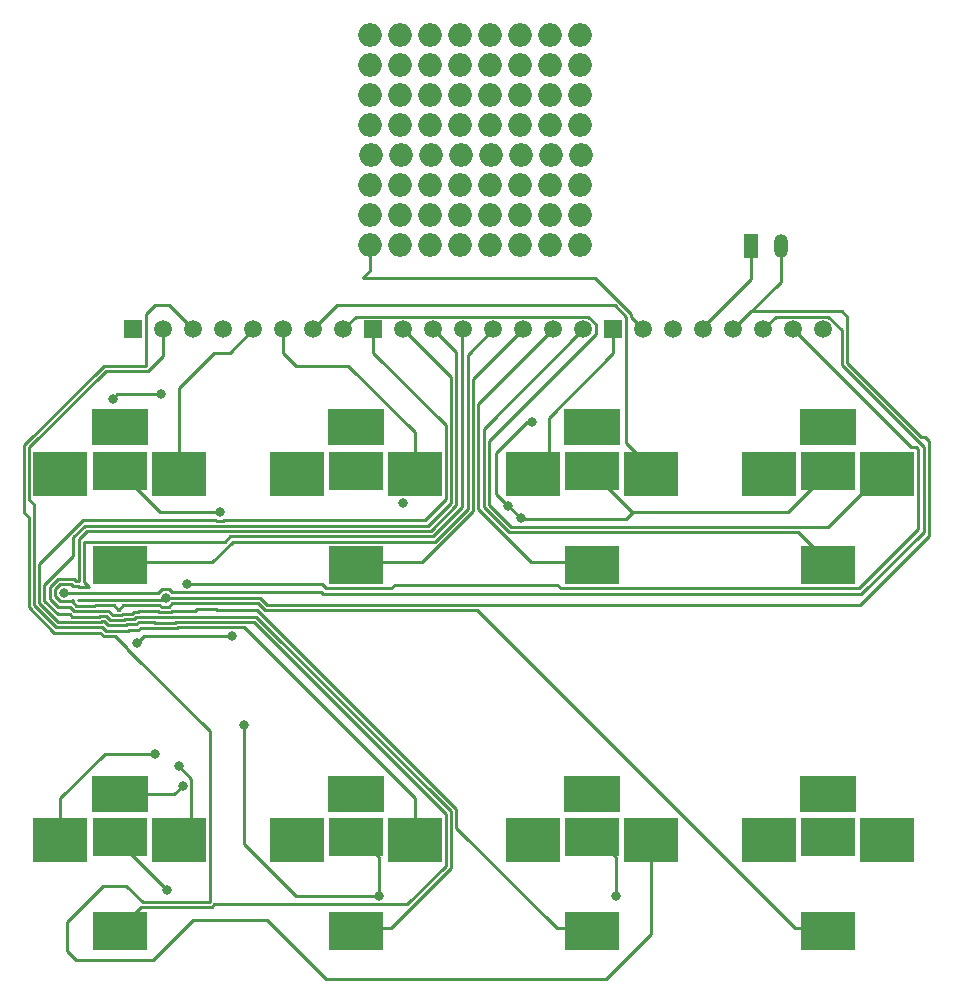
<source format=gbr>
%TF.GenerationSoftware,KiCad,Pcbnew,(6.0.0)*%
%TF.CreationDate,2022-11-14T01:45:54-08:00*%
%TF.ProjectId,button_pcb,62757474-6f6e-45f7-9063-622e6b696361,rev?*%
%TF.SameCoordinates,Original*%
%TF.FileFunction,Copper,L2,Bot*%
%TF.FilePolarity,Positive*%
%FSLAX46Y46*%
G04 Gerber Fmt 4.6, Leading zero omitted, Abs format (unit mm)*
G04 Created by KiCad (PCBNEW (6.0.0)) date 2022-11-14 01:45:54*
%MOMM*%
%LPD*%
G01*
G04 APERTURE LIST*
%TA.AperFunction,ComponentPad*%
%ADD10R,4.600000X3.300000*%
%TD*%
%TA.AperFunction,ComponentPad*%
%ADD11R,4.600000X3.800000*%
%TD*%
%TA.AperFunction,ComponentPad*%
%ADD12R,4.800000X3.100000*%
%TD*%
%TA.AperFunction,ComponentPad*%
%ADD13O,2.000000X2.000000*%
%TD*%
%TA.AperFunction,ComponentPad*%
%ADD14R,1.500000X1.500000*%
%TD*%
%TA.AperFunction,ComponentPad*%
%ADD15C,1.500000*%
%TD*%
%TA.AperFunction,ComponentPad*%
%ADD16R,1.200000X2.000000*%
%TD*%
%TA.AperFunction,ComponentPad*%
%ADD17O,1.200000X2.000000*%
%TD*%
%TA.AperFunction,ViaPad*%
%ADD18C,0.800000*%
%TD*%
%TA.AperFunction,Conductor*%
%ADD19C,0.250000*%
%TD*%
G04 APERTURE END LIST*
D10*
%TO.P,S8,1,NO*%
%TO.N,VCC*%
X69000000Y-42988000D03*
D11*
%TO.P,S8,2,NC*%
%TO.N,GND*%
X64000000Y-43238000D03*
%TO.P,S8,3,C*%
%TO.N,Net-(S8-Pad3)*%
X74000000Y-43238000D03*
D12*
%TO.P,S8,4,LED_+*%
%TO.N,/common Anode*%
X69000000Y-39338000D03*
D10*
%TO.P,S8,5,LED_-*%
%TO.N,Net-(S8-Pad5)*%
X69000000Y-50988000D03*
%TD*%
%TO.P,S1,1,NO*%
%TO.N,Net-(BT1-Pad1)*%
X9000000Y-73988000D03*
D11*
%TO.P,S1,2,NC*%
%TO.N,Net-(S1-Pad2)*%
X4000000Y-74238000D03*
%TO.P,S1,3,C*%
%TO.N,Net-(S1-Pad3)*%
X14000000Y-74238000D03*
D12*
%TO.P,S1,4,LED_+*%
%TO.N,/common Anode*%
X9000000Y-70338000D03*
D10*
%TO.P,S1,5,LED_-*%
%TO.N,Net-(S1-Pad5)*%
X9000000Y-81988000D03*
%TD*%
%TO.P,S4,1,NO*%
%TO.N,VCC*%
X69000000Y-73988000D03*
D11*
%TO.P,S4,2,NC*%
%TO.N,GND*%
X64000000Y-74238000D03*
%TO.P,S4,3,C*%
%TO.N,Net-(S4-Pad3)*%
X74000000Y-74238000D03*
D12*
%TO.P,S4,4,LED_+*%
%TO.N,/common Anode*%
X69000000Y-70338000D03*
D10*
%TO.P,S4,5,LED_-*%
%TO.N,Net-(S4-Pad5)*%
X69000000Y-81988000D03*
%TD*%
D13*
%TO.P,U1,1*%
%TO.N,VCC*%
X30242400Y-23915400D03*
%TO.P,U1,2*%
X30229700Y-21375400D03*
%TO.P,U1,3*%
X30242400Y-18835400D03*
%TO.P,U1,4*%
X30255100Y-16295400D03*
%TO.P,U1,5*%
X30242400Y-13755400D03*
%TO.P,U1,6*%
X30229700Y-11215400D03*
%TO.P,U1,7*%
X30242400Y-8675400D03*
%TO.P,U1,8*%
X30229700Y-6135400D03*
%TO.P,U1,9*%
%TO.N,Net-(U1-Pad10)*%
X32782400Y-23915400D03*
%TO.P,U1,10*%
X32769700Y-21375400D03*
%TO.P,U1,11*%
%TO.N,Net-(U1-Pad11)*%
X32782400Y-18835400D03*
%TO.P,U1,12*%
X32795100Y-16295400D03*
%TO.P,U1,13*%
%TO.N,Net-(U1-Pad14)*%
X32782400Y-13755400D03*
%TO.P,U1,14*%
X32769700Y-11215400D03*
%TO.P,U1,15*%
X32782400Y-8675400D03*
%TO.P,U1,16*%
X32769700Y-6135400D03*
%TO.P,U1,17*%
%TO.N,Net-(U1-Pad17)*%
X35322400Y-23915400D03*
%TO.P,U1,18*%
X35309700Y-21375400D03*
%TO.P,U1,19*%
%TO.N,Net-(U1-Pad19)*%
X35322400Y-18835400D03*
%TO.P,U1,20*%
X35335100Y-16295400D03*
%TO.P,U1,21*%
%TO.N,Net-(U1-Pad21)*%
X35322400Y-13755400D03*
%TO.P,U1,22*%
X35309700Y-11215400D03*
%TO.P,U1,23*%
X35322400Y-8675400D03*
%TO.P,U1,24*%
X35309700Y-6135400D03*
%TO.P,U1,25*%
%TO.N,unconnected-(U1-Pad25)*%
X37862400Y-23915400D03*
%TO.P,U1,26*%
%TO.N,unconnected-(U1-Pad26)*%
X37849700Y-21375400D03*
%TO.P,U1,27*%
%TO.N,unconnected-(U1-Pad27)*%
X37862400Y-18835400D03*
%TO.P,U1,28*%
%TO.N,unconnected-(U1-Pad28)*%
X37875100Y-16295400D03*
%TO.P,U1,29*%
%TO.N,unconnected-(U1-Pad29)*%
X37862400Y-13755400D03*
%TO.P,U1,30*%
%TO.N,Net-(U1-Pad30)*%
X37849700Y-11215400D03*
%TO.P,U1,31*%
X37862400Y-8675400D03*
%TO.P,U1,32*%
X37849700Y-6135400D03*
%TO.P,U1,33*%
%TO.N,unconnected-(U1-Pad33)*%
X40402400Y-23915400D03*
%TO.P,U1,34*%
%TO.N,unconnected-(U1-Pad34)*%
X40389700Y-21375400D03*
%TO.P,U1,35*%
%TO.N,unconnected-(U1-Pad35)*%
X40402400Y-18835400D03*
%TO.P,U1,36*%
%TO.N,unconnected-(U1-Pad36)*%
X40415100Y-16295400D03*
%TO.P,U1,37*%
%TO.N,unconnected-(U1-Pad37)*%
X40402400Y-13755400D03*
%TO.P,U1,38*%
%TO.N,Net-(U1-Pad38)*%
X40389700Y-11215400D03*
%TO.P,U1,39*%
X40402400Y-8675400D03*
%TO.P,U1,40*%
X40389700Y-6135400D03*
%TO.P,U1,41*%
%TO.N,unconnected-(U1-Pad41)*%
X42942400Y-23915400D03*
%TO.P,U1,42*%
%TO.N,unconnected-(U1-Pad42)*%
X42929700Y-21375400D03*
%TO.P,U1,43*%
%TO.N,unconnected-(U1-Pad43)*%
X42942400Y-18835400D03*
%TO.P,U1,44*%
%TO.N,unconnected-(U1-Pad44)*%
X42955100Y-16295400D03*
%TO.P,U1,45*%
%TO.N,unconnected-(U1-Pad45)*%
X42942400Y-13755400D03*
%TO.P,U1,46*%
%TO.N,Net-(U1-Pad46)*%
X42929700Y-11215400D03*
%TO.P,U1,47*%
X42942400Y-8675400D03*
%TO.P,U1,48*%
X42929700Y-6135400D03*
%TO.P,U1,49*%
%TO.N,unconnected-(U1-Pad49)*%
X45482400Y-23915400D03*
%TO.P,U1,50*%
%TO.N,unconnected-(U1-Pad50)*%
X45469700Y-21375400D03*
%TO.P,U1,51*%
%TO.N,unconnected-(U1-Pad51)*%
X45482400Y-18835400D03*
%TO.P,U1,52*%
%TO.N,unconnected-(U1-Pad52)*%
X45495100Y-16295400D03*
%TO.P,U1,53*%
%TO.N,unconnected-(U1-Pad53)*%
X45482400Y-13755400D03*
%TO.P,U1,54*%
%TO.N,Net-(U1-Pad54)*%
X45469700Y-11215400D03*
%TO.P,U1,55*%
X45482400Y-8675400D03*
%TO.P,U1,56*%
X45469700Y-6135400D03*
%TO.P,U1,57*%
%TO.N,GND*%
X48022400Y-23915400D03*
%TO.P,U1,58*%
X48009700Y-21375400D03*
%TO.P,U1,59*%
X48022400Y-18835400D03*
%TO.P,U1,60*%
X48035100Y-16295400D03*
%TO.P,U1,61*%
X48022400Y-13755400D03*
%TO.P,U1,62*%
X48009700Y-11215400D03*
%TO.P,U1,63*%
X48022400Y-8675400D03*
%TO.P,U1,64*%
X48009700Y-6135400D03*
%TD*%
D10*
%TO.P,S7,1,NO*%
%TO.N,VCC*%
X49000000Y-42988000D03*
D11*
%TO.P,S7,2,NC*%
%TO.N,GND*%
X44000000Y-43238000D03*
%TO.P,S7,3,C*%
%TO.N,Net-(S7-Pad3)*%
X54000000Y-43238000D03*
D12*
%TO.P,S7,4,LED_+*%
%TO.N,/common Anode*%
X49000000Y-39338000D03*
D10*
%TO.P,S7,5,LED_-*%
%TO.N,Net-(S7-Pad5)*%
X49000000Y-50988000D03*
%TD*%
D14*
%TO.P,T2,1,1*%
%TO.N,Net-(S1-Pad5)*%
X30480000Y-31020000D03*
D15*
%TO.P,T2,2,2*%
%TO.N,Net-(S2-Pad5)*%
X33020000Y-31020000D03*
%TO.P,T2,3,3*%
%TO.N,Net-(S3-Pad5)*%
X35560000Y-31020000D03*
%TO.P,T2,4,4*%
%TO.N,Net-(S4-Pad5)*%
X38100000Y-31020000D03*
%TO.P,T2,5,5*%
%TO.N,Net-(S5-Pad5)*%
X40640000Y-31020000D03*
%TO.P,T2,6,6*%
%TO.N,Net-(S6-Pad5)*%
X43180000Y-31020000D03*
%TO.P,T2,7,7*%
%TO.N,Net-(S7-Pad5)*%
X45720000Y-31020000D03*
%TO.P,T2,8,8*%
%TO.N,Net-(S8-Pad5)*%
X48260000Y-31020000D03*
%TD*%
D14*
%TO.P,T1,1,1*%
%TO.N,GND*%
X50800000Y-31020000D03*
D15*
%TO.P,T1,2,2*%
%TO.N,VCC*%
X53340000Y-31020000D03*
%TO.P,T1,3,3*%
%TO.N,/common Anode*%
X55880000Y-31020000D03*
%TO.P,T1,4,4*%
%TO.N,Net-(BT1-Pad2)*%
X58420000Y-31020000D03*
%TO.P,T1,5,5*%
%TO.N,Net-(BT1-Pad1)*%
X60960000Y-31020000D03*
%TO.P,T1,6,6*%
%TO.N,Net-(S1-Pad2)*%
X63500000Y-31020000D03*
%TO.P,T1,7,7*%
%TO.N,Net-(S1-Pad3)*%
X66040000Y-31020000D03*
%TO.P,T1,8,8*%
%TO.N,unconnected-(T1-Pad8)*%
X68580000Y-31020000D03*
%TD*%
D10*
%TO.P,S5,1,NO*%
%TO.N,VCC*%
X9000000Y-42988000D03*
D11*
%TO.P,S5,2,NC*%
%TO.N,GND*%
X4000000Y-43238000D03*
%TO.P,S5,3,C*%
%TO.N,Net-(S5-Pad3)*%
X14000000Y-43238000D03*
D12*
%TO.P,S5,4,LED_+*%
%TO.N,/common Anode*%
X9000000Y-39338000D03*
D10*
%TO.P,S5,5,LED_-*%
%TO.N,Net-(S5-Pad5)*%
X9000000Y-50988000D03*
%TD*%
%TO.P,S2,1,NO*%
%TO.N,VCC*%
X29000000Y-73988000D03*
D11*
%TO.P,S2,2,NC*%
%TO.N,GND*%
X24000000Y-74238000D03*
%TO.P,S2,3,C*%
%TO.N,Net-(S2-Pad3)*%
X34000000Y-74238000D03*
D12*
%TO.P,S2,4,LED_+*%
%TO.N,/common Anode*%
X29000000Y-70338000D03*
D10*
%TO.P,S2,5,LED_-*%
%TO.N,Net-(S2-Pad5)*%
X29000000Y-81988000D03*
%TD*%
%TO.P,S6,1,NO*%
%TO.N,VCC*%
X29000000Y-42988000D03*
D11*
%TO.P,S6,2,NC*%
%TO.N,GND*%
X24000000Y-43238000D03*
%TO.P,S6,3,C*%
%TO.N,Net-(S6-Pad3)*%
X34000000Y-43238000D03*
D12*
%TO.P,S6,4,LED_+*%
%TO.N,/common Anode*%
X29000000Y-39338000D03*
D10*
%TO.P,S6,5,LED_-*%
%TO.N,Net-(S6-Pad5)*%
X29000000Y-50988000D03*
%TD*%
D14*
%TO.P,T3,1,1*%
%TO.N,unconnected-(T3-Pad1)*%
X10160000Y-31020000D03*
D15*
%TO.P,T3,2,2*%
%TO.N,Net-(S2-Pad3)*%
X12700000Y-31020000D03*
%TO.P,T3,3,3*%
%TO.N,Net-(S3-Pad3)*%
X15240000Y-31020000D03*
%TO.P,T3,4,4*%
%TO.N,Net-(S4-Pad3)*%
X17780000Y-31020000D03*
%TO.P,T3,5,5*%
%TO.N,Net-(S5-Pad3)*%
X20320000Y-31020000D03*
%TO.P,T3,6,6*%
%TO.N,Net-(S6-Pad3)*%
X22860000Y-31020000D03*
%TO.P,T3,7,7*%
%TO.N,Net-(S7-Pad3)*%
X25400000Y-31020000D03*
%TO.P,T3,8,8*%
%TO.N,Net-(S8-Pad3)*%
X27940000Y-31020000D03*
%TD*%
D10*
%TO.P,S3,1,NO*%
%TO.N,VCC*%
X49000000Y-73988000D03*
D11*
%TO.P,S3,2,NC*%
%TO.N,GND*%
X44000000Y-74238000D03*
%TO.P,S3,3,C*%
%TO.N,Net-(S3-Pad3)*%
X54000000Y-74238000D03*
D12*
%TO.P,S3,4,LED_+*%
%TO.N,/common Anode*%
X49000000Y-70338000D03*
D10*
%TO.P,S3,5,LED_-*%
%TO.N,Net-(S3-Pad5)*%
X49000000Y-81988000D03*
%TD*%
D16*
%TO.P,T4,1,1*%
%TO.N,Net-(BT1-Pad2)*%
X62460000Y-24000000D03*
D17*
%TO.P,T4,2,2*%
%TO.N,Net-(BT1-Pad1)*%
X65000000Y-24000000D03*
%TD*%
D18*
%TO.N,VCC*%
X17500000Y-46500000D03*
X31000000Y-79000000D03*
X19500000Y-64500000D03*
X32962511Y-45737502D03*
X42956489Y-47043511D03*
X43942000Y-38862000D03*
X51000000Y-79000000D03*
X41910000Y-45974000D03*
X13000000Y-78500000D03*
%TO.N,/common Anode*%
X14336549Y-69699951D03*
%TO.N,Net-(S1-Pad3)*%
X14710298Y-52572389D03*
X14000000Y-68000000D03*
%TO.N,Net-(S4-Pad3)*%
X8411099Y-36911099D03*
X10479400Y-57605702D03*
X12500000Y-36500000D03*
X18500000Y-57000000D03*
X10479399Y-57605702D03*
%TO.N,Net-(BT1-Pad1)*%
X12903200Y-53746400D03*
%TO.N,Net-(S1-Pad2)*%
X4267200Y-53340000D03*
%TO.N,GND*%
X12000000Y-67000000D03*
%TD*%
D19*
%TO.N,VCC*%
X51875479Y-47124521D02*
X43037499Y-47124521D01*
X43037499Y-47124521D02*
X42956489Y-47043511D01*
X17500000Y-46500000D02*
X12412978Y-46500000D01*
X41910000Y-45974000D02*
X40894000Y-44958000D01*
X40894000Y-44958000D02*
X40894000Y-41494978D01*
X31000000Y-79000000D02*
X31000000Y-75738000D01*
X51000000Y-75738000D02*
X49000000Y-73738000D01*
X42956489Y-47043511D02*
X41910000Y-45997022D01*
X31000000Y-75738000D02*
X29000000Y-73738000D01*
X30242400Y-26044000D02*
X30242400Y-23915400D01*
X23912978Y-79000000D02*
X31000000Y-79000000D01*
X49000000Y-43087022D02*
X49000000Y-42738000D01*
X9000000Y-74500000D02*
X9000000Y-73738000D01*
X63500000Y-46500000D02*
X52500000Y-46500000D01*
X52500000Y-46500000D02*
X51875479Y-47124521D01*
X65587022Y-46500000D02*
X63500000Y-46500000D01*
X67625479Y-44112521D02*
X67625479Y-44461543D01*
X13000000Y-78500000D02*
X9000000Y-74500000D01*
X52500000Y-46500000D02*
X52412978Y-46500000D01*
X19500000Y-74587022D02*
X23912978Y-79000000D01*
X52412978Y-46500000D02*
X49000000Y-43087022D01*
X40894000Y-41494978D02*
X43526978Y-38862000D01*
X12412978Y-46500000D02*
X9000000Y-43087022D01*
X9000000Y-43087022D02*
X9000000Y-42738000D01*
X41910000Y-45997022D02*
X41910000Y-45974000D01*
X52324022Y-29759296D02*
X49234726Y-26670000D01*
X49234726Y-26670000D02*
X29616400Y-26670000D01*
X43526978Y-38862000D02*
X43942000Y-38862000D01*
X53340000Y-31020000D02*
X52324022Y-30004022D01*
X69000000Y-42738000D02*
X67625479Y-44112521D01*
X51000000Y-79000000D02*
X51000000Y-75738000D01*
X52324022Y-30004022D02*
X52324022Y-29759296D01*
X29616400Y-26670000D02*
X30242400Y-26044000D01*
X67625479Y-44461543D02*
X65587022Y-46500000D01*
X19500000Y-64500000D02*
X19500000Y-74587022D01*
%TO.N,/common Anode*%
X9170800Y-70408800D02*
X13627700Y-70408800D01*
X9000000Y-70238000D02*
X9170800Y-70408800D01*
X13627700Y-70408800D02*
X14336549Y-69699951D01*
%TO.N,Net-(S1-Pad3)*%
X46375489Y-52962511D02*
X46057155Y-52644177D01*
X66361956Y-52948978D02*
X51638043Y-52948978D01*
X51638043Y-52948978D02*
X51624510Y-52962511D01*
X71624510Y-52962511D02*
X66375489Y-52962511D01*
X76033489Y-41013489D02*
X76470481Y-41013489D01*
X66040000Y-31020000D02*
X76033489Y-41013489D01*
X26100500Y-52615500D02*
X14753409Y-52615500D01*
X76470481Y-41013489D02*
X76624511Y-41167519D01*
X26447511Y-52962511D02*
X26100500Y-52615500D01*
X76624511Y-47962510D02*
X71624510Y-52962511D01*
X76624511Y-41167519D02*
X76624511Y-47962510D01*
X14753409Y-52615500D02*
X14710298Y-52572389D01*
X31973681Y-52962511D02*
X26447511Y-52962511D01*
X15061050Y-72676950D02*
X14000000Y-73738000D01*
X46057155Y-52644177D02*
X32292013Y-52644179D01*
X32292013Y-52644179D02*
X31973681Y-52962511D01*
X66375489Y-52962511D02*
X66361956Y-52948978D01*
X15061050Y-69061050D02*
X15061050Y-72676950D01*
X14000000Y-68000000D02*
X15061050Y-69061050D01*
X51624510Y-52962511D02*
X46375489Y-52962511D01*
%TO.N,Net-(S2-Pad3)*%
X7552630Y-56247950D02*
X3607734Y-56247950D01*
X1375489Y-41013489D02*
X7844956Y-34544022D01*
X34000000Y-73738000D02*
X34000000Y-70738978D01*
X34000000Y-70738978D02*
X19508976Y-56247954D01*
X9820969Y-56451152D02*
X9719370Y-56552751D01*
X19508976Y-56247954D02*
X13969062Y-56247954D01*
X11420704Y-34544022D02*
X12700000Y-33264726D01*
X12700000Y-33264726D02*
X12700000Y-31020000D01*
X7857434Y-56552754D02*
X7552630Y-56247950D01*
X13969062Y-56247954D02*
X13897275Y-56319742D01*
X10765178Y-56319742D02*
X10633769Y-56451151D01*
X1744658Y-45831680D02*
X1375489Y-45462511D01*
X1744658Y-54384874D02*
X1744658Y-45831680D01*
X13897275Y-56319742D02*
X10765178Y-56319742D01*
X3607734Y-56247950D02*
X1744658Y-54384874D01*
X1375489Y-45462511D02*
X1375489Y-41013489D01*
X10633769Y-56451151D02*
X9820969Y-56451152D01*
X9719370Y-56552751D02*
X7857434Y-56552754D01*
X7844956Y-34544022D02*
X11420704Y-34544022D01*
%TO.N,Net-(S3-Pad3)*%
X26500000Y-86000000D02*
X21500000Y-81000000D01*
X13220000Y-29000000D02*
X15240000Y-31020000D01*
X3421543Y-56697463D02*
X1295147Y-54571067D01*
X7671240Y-57002264D02*
X7366439Y-56697463D01*
X8585641Y-57002264D02*
X7671240Y-57002264D01*
X10015256Y-58494247D02*
X9590854Y-58069845D01*
X4550489Y-83686193D02*
X4550490Y-81202784D01*
X925978Y-46561682D02*
X925979Y-40827295D01*
X7658763Y-34094511D02*
X11234511Y-34094511D01*
X1295147Y-54571067D02*
X1295147Y-46930851D01*
X21500000Y-81000000D02*
X15222726Y-81000000D01*
X10944825Y-79500000D02*
X16624511Y-79500000D01*
X7366439Y-56697463D02*
X3421543Y-56697463D01*
X12000000Y-29000000D02*
X13220000Y-29000000D01*
X11234511Y-34094511D02*
X11234511Y-29765489D01*
X1295147Y-46930851D02*
X925978Y-46561682D01*
X16624511Y-65041134D02*
X10077624Y-58494247D01*
X11810704Y-84412022D02*
X5276317Y-84412021D01*
X9590854Y-58069845D02*
X9590854Y-58007477D01*
X15222726Y-81000000D02*
X11810704Y-84412022D01*
X10077624Y-58494247D02*
X10015256Y-58494247D01*
X9590854Y-58007477D02*
X8585641Y-57002264D01*
X925979Y-40827295D02*
X7658763Y-34094511D01*
X54000000Y-82222726D02*
X50222726Y-86000000D01*
X54000000Y-73738000D02*
X54000000Y-82222726D01*
X4550490Y-81202784D02*
X7628753Y-78124521D01*
X5276317Y-84412021D02*
X4550489Y-83686193D01*
X7628753Y-78124521D02*
X9569346Y-78124521D01*
X9569346Y-78124521D02*
X10944825Y-79500000D01*
X11234511Y-29765489D02*
X12000000Y-29000000D01*
X16624511Y-79500000D02*
X16624511Y-65041134D01*
X50222726Y-86000000D02*
X26500000Y-86000000D01*
%TO.N,Net-(S4-Pad3)*%
X12500000Y-36500000D02*
X8822198Y-36500000D01*
X8822198Y-36500000D02*
X8411099Y-36911099D01*
X11085102Y-57000000D02*
X10479400Y-57605702D01*
X18500000Y-57000000D02*
X11085102Y-57000000D01*
%TO.N,Net-(BT1-Pad1)*%
X12903200Y-53746400D02*
X20878800Y-53746400D01*
X12700000Y-53949600D02*
X12903200Y-53746400D01*
X5486400Y-53949600D02*
X12700000Y-53949600D01*
X77165200Y-40132000D02*
X76860400Y-40132000D01*
X70135978Y-29495978D02*
X62484022Y-29495978D01*
X20878800Y-53746400D02*
X21488400Y-54356000D01*
X65000000Y-27000000D02*
X64980000Y-27000000D01*
X64980000Y-27000000D02*
X60960000Y-31020000D01*
X76860400Y-40132000D02*
X70612000Y-33883600D01*
X70612000Y-33883600D02*
X70612000Y-29972000D01*
X65000000Y-24000000D02*
X65000000Y-27000000D01*
X62484022Y-29495978D02*
X60960000Y-31020000D01*
X71729600Y-54356000D02*
X77523533Y-48562067D01*
X77523533Y-40490333D02*
X77165200Y-40132000D01*
X70612000Y-29972000D02*
X70135978Y-29495978D01*
X77523533Y-48562067D02*
X77523533Y-40490333D01*
X21488400Y-54356000D02*
X71729600Y-54356000D01*
%TO.N,Net-(S5-Pad3)*%
X17000000Y-33000000D02*
X18340000Y-33000000D01*
X14000000Y-42738000D02*
X14000000Y-36000000D01*
X18340000Y-33000000D02*
X20320000Y-31020000D01*
X14000000Y-36000000D02*
X17000000Y-33000000D01*
%TO.N,Net-(S5-Pad5)*%
X38477456Y-46230840D02*
X38477456Y-33182544D01*
X16829415Y-50738000D02*
X18567415Y-49000000D01*
X38477456Y-33182544D02*
X40640000Y-31020000D01*
X18567415Y-49000000D02*
X35708296Y-49000000D01*
X9000000Y-50738000D02*
X16829415Y-50738000D01*
X35708296Y-49000000D02*
X38477456Y-46230840D01*
%TO.N,Net-(S6-Pad3)*%
X23934511Y-34094511D02*
X22860000Y-33020000D01*
X34000000Y-42738000D02*
X34000000Y-39738978D01*
X22860000Y-33020000D02*
X22860000Y-31020000D01*
X28355533Y-34094511D02*
X23934511Y-34094511D01*
X34000000Y-39738978D02*
X28355533Y-34094511D01*
%TO.N,Net-(S1-Pad2)*%
X70162490Y-34069794D02*
X77074022Y-40981326D01*
X26189296Y-53412022D02*
X26074163Y-53296889D01*
X70162489Y-31082900D02*
X70162490Y-34069794D01*
X77074022Y-40981326D02*
X77074022Y-48148702D01*
X63500000Y-31020000D02*
X64574511Y-29945489D01*
X26074163Y-53296889D02*
X13478289Y-53296889D01*
X66175763Y-53398489D02*
X66162230Y-53412022D01*
X12603101Y-53021899D02*
X12285000Y-53340000D01*
X13203299Y-53021899D02*
X12603101Y-53021899D01*
X71810702Y-53412022D02*
X66189296Y-53412022D01*
X13478289Y-53296889D02*
X13203299Y-53021899D01*
X66189296Y-53412022D02*
X66175763Y-53398489D01*
X4165600Y-53441600D02*
X4267200Y-53340000D01*
X12285000Y-53340000D02*
X4267200Y-53340000D01*
X77074022Y-48148702D02*
X71810702Y-53412022D01*
X64574511Y-29945489D02*
X69025078Y-29945489D01*
X69025078Y-29945489D02*
X70162489Y-31082900D01*
X66162230Y-53412022D02*
X26189296Y-53412022D01*
%TO.N,Net-(S7-Pad3)*%
X51874511Y-40612511D02*
X51874511Y-29945489D01*
X51874511Y-29945489D02*
X50929022Y-29000000D01*
X54000000Y-42738000D02*
X51874511Y-40612511D01*
X27420000Y-29000000D02*
X25400000Y-31020000D01*
X50929022Y-29000000D02*
X27420000Y-29000000D01*
%TO.N,Net-(S4-Pad5)*%
X5520194Y-52788890D02*
X5578683Y-52847379D01*
X5036890Y-53950510D02*
X4922899Y-54064501D01*
X3542699Y-53640099D02*
X3542699Y-53039901D01*
X13478289Y-54195911D02*
X13152499Y-54521701D01*
X5578683Y-52847379D02*
X6435282Y-52847379D01*
X9330193Y-54399111D02*
X8974594Y-54754710D01*
X6891794Y-54449910D02*
X5351006Y-54449910D01*
X6942594Y-54399110D02*
X6891794Y-54449910D01*
X3967101Y-54064501D02*
X3542699Y-53640099D01*
X18381222Y-48550489D02*
X35522102Y-48550490D01*
X6435282Y-52847379D02*
X6000003Y-52412100D01*
X39234607Y-54805511D02*
X21302206Y-54805510D01*
X35522102Y-48550490D02*
X38027945Y-46044647D01*
X69000000Y-81738000D02*
X66167096Y-81738000D01*
X20692607Y-54195911D02*
X13478289Y-54195911D01*
X4922899Y-52615499D02*
X5096290Y-52788890D01*
X17931711Y-49000000D02*
X18381222Y-48550489D01*
X4922899Y-54064501D02*
X3967101Y-54064501D01*
X5036889Y-54135793D02*
X5036890Y-53950510D01*
X8907006Y-54754710D02*
X8551407Y-54399111D01*
X12429711Y-54399111D02*
X9330193Y-54399111D01*
X3542699Y-53039901D02*
X3967101Y-52615499D01*
X12552301Y-54521701D02*
X12429711Y-54399111D01*
X5096290Y-52788890D02*
X5520194Y-52788890D01*
X6000000Y-49000000D02*
X17931711Y-49000000D01*
X6000003Y-52412100D02*
X6000000Y-49000000D01*
X66167096Y-81738000D02*
X39234607Y-54805511D01*
X8551407Y-54399111D02*
X6942594Y-54399110D01*
X8974594Y-54754710D02*
X8907006Y-54754710D01*
X13152499Y-54521701D02*
X12552301Y-54521701D01*
X5351006Y-54449910D02*
X5036889Y-54135793D01*
X38027945Y-46044647D02*
X38027946Y-31092054D01*
X3967101Y-52615499D02*
X4922899Y-52615499D01*
X21302206Y-54805510D02*
X20692607Y-54195911D01*
X38027946Y-31092054D02*
X38100000Y-31020000D01*
%TO.N,Net-(S8-Pad3)*%
X68969988Y-47768012D02*
X42171412Y-47768012D01*
X49334511Y-31465078D02*
X49334511Y-30574922D01*
X40275499Y-40524090D02*
X48779589Y-32020000D01*
X48705078Y-29945489D02*
X29014511Y-29945489D01*
X42171412Y-47768012D02*
X40275499Y-45872099D01*
X40275499Y-45872099D02*
X40275499Y-40524090D01*
X29014511Y-29945489D02*
X27940000Y-31020000D01*
X48779589Y-32020000D02*
X48705078Y-32094511D01*
X48779589Y-32020000D02*
X49334511Y-31465078D01*
X49334511Y-30574922D02*
X48705078Y-29945489D01*
X74000000Y-42738000D02*
X68969988Y-47768012D01*
%TO.N,Net-(S8-Pad5)*%
X66479522Y-48217522D02*
X41985218Y-48217522D01*
X69000000Y-50738000D02*
X66479522Y-48217522D01*
X39825988Y-46058292D02*
X39825988Y-39454012D01*
X41985218Y-48217522D02*
X39825988Y-46058292D01*
X39825988Y-39454012D02*
X48260000Y-31020000D01*
%TO.N,Net-(S6-Pad5)*%
X38926967Y-46417033D02*
X38926967Y-35273033D01*
X38926967Y-35273033D02*
X43180000Y-31020000D01*
X29000000Y-50738000D02*
X34606000Y-50738000D01*
X34606000Y-50738000D02*
X38926967Y-46417033D01*
%TO.N,Net-(S7-Pad5)*%
X45720000Y-31020000D02*
X39376478Y-37363522D01*
X39376478Y-46244486D02*
X43869992Y-50738000D01*
X43869992Y-50738000D02*
X49000000Y-50738000D01*
X39376478Y-37363522D02*
X39376478Y-46244486D01*
%TO.N,Net-(BT1-Pad2)*%
X62460000Y-26760000D02*
X58420000Y-30800000D01*
X58420000Y-30800000D02*
X58420000Y-31020000D01*
X62460000Y-24000000D02*
X62460000Y-26760000D01*
%TO.N,Net-(S1-Pad5)*%
X30480000Y-33020000D02*
X36624511Y-39164511D01*
X17822629Y-47201964D02*
X17800093Y-47224501D01*
X9634775Y-56001641D02*
X10447576Y-56001640D01*
X7501173Y-55747643D02*
X7688027Y-55747643D01*
X2194169Y-54198681D02*
X3793928Y-55798440D01*
X10955574Y-55798443D02*
X11921931Y-55798443D01*
X11921931Y-55798443D02*
X11993723Y-55870234D01*
X5890930Y-47201958D02*
X2194169Y-50898719D01*
X17822640Y-47201959D02*
X17822635Y-47201964D01*
X10904776Y-55849240D02*
X10955574Y-55798443D01*
X2194169Y-52481319D02*
X2194166Y-52481322D01*
X33362521Y-79724501D02*
X17035714Y-79724501D01*
X36624511Y-72034932D02*
X36624511Y-76462511D01*
X4792427Y-55798443D02*
X5164814Y-55798442D01*
X36624511Y-76462511D02*
X33362521Y-79724501D01*
X17822635Y-47201964D02*
X17822629Y-47201964D01*
X17199901Y-47224501D02*
X17177358Y-47201958D01*
X4792424Y-55798440D02*
X4792427Y-55798443D01*
X7450376Y-55798440D02*
X7501173Y-55747643D01*
X10599975Y-55849241D02*
X10904776Y-55849240D01*
X20480313Y-55890729D02*
X20480313Y-55890734D01*
X18195020Y-47201959D02*
X18195017Y-47201956D01*
X20480313Y-55890734D02*
X36624511Y-72034932D01*
X10447576Y-56001640D02*
X10599975Y-55849241D01*
X17800093Y-47224501D02*
X17199901Y-47224501D01*
X3793928Y-55798440D02*
X4792424Y-55798440D01*
X17035714Y-79724501D02*
X16810704Y-79949511D01*
X11993723Y-55870234D02*
X13711081Y-55870231D01*
X7688027Y-55747643D02*
X8043628Y-56103243D01*
X18055371Y-47201959D02*
X17822640Y-47201959D01*
X2194167Y-52853709D02*
X2194169Y-54198681D01*
X36624511Y-39164511D02*
X36624511Y-45402118D01*
X18195017Y-47201956D02*
X18055371Y-47201959D01*
X34824672Y-47201957D02*
X18195020Y-47201959D01*
X13711081Y-55870231D02*
X13782869Y-55798443D01*
X8043628Y-56103243D02*
X9533176Y-56103240D01*
X30480000Y-31020000D02*
X30480000Y-33020000D01*
X17177358Y-47201958D02*
X5890930Y-47201958D01*
X20388027Y-55798443D02*
X20480313Y-55890729D01*
X16810704Y-79949511D02*
X10788490Y-79949510D01*
X10788490Y-79949510D02*
X9000000Y-81738000D01*
X2194169Y-50898719D02*
X2194169Y-52481319D01*
X36624511Y-45402118D02*
X34824672Y-47201957D01*
X9533176Y-56103240D02*
X9634775Y-56001641D01*
X5164814Y-55798442D02*
X7450376Y-55798440D01*
X2194166Y-52481322D02*
X2194167Y-52853709D01*
X13782869Y-55798443D02*
X20388027Y-55798443D01*
%TO.N,Net-(S2-Pad5)*%
X5100978Y-48627614D02*
X5100978Y-50210214D01*
X3776923Y-55145731D02*
X4775419Y-55145731D01*
X37074021Y-76648705D02*
X31984726Y-81738000D01*
X8229820Y-55653732D02*
X9346982Y-55653730D01*
X9346982Y-55653730D02*
X9448581Y-55552131D01*
X12108122Y-55348930D02*
X12179915Y-55420723D01*
X4978620Y-55348932D02*
X7264182Y-55348930D01*
X2643679Y-54012487D02*
X3776923Y-55145731D01*
X10413781Y-55399731D02*
X10718582Y-55399730D01*
X18008835Y-47651468D02*
X17986293Y-47674011D01*
X9448581Y-55552131D02*
X10261382Y-55552130D01*
X20574220Y-55348932D02*
X37074021Y-71848733D01*
X13596676Y-55348932D02*
X20574220Y-55348932D01*
X31984726Y-81738000D02*
X29000000Y-81738000D01*
X12552302Y-55420722D02*
X13524887Y-55420721D01*
X6077124Y-47651468D02*
X5100978Y-48627614D01*
X10718582Y-55399730D02*
X10769382Y-55348930D01*
X16991165Y-47651469D02*
X6077124Y-47651468D01*
X2643677Y-52667515D02*
X2643679Y-54012487D01*
X17986293Y-47674011D02*
X17013707Y-47674011D01*
X7264182Y-55348930D02*
X7314980Y-55298132D01*
X33020000Y-31020000D02*
X37074021Y-35074021D01*
X35149716Y-47651468D02*
X18008835Y-47651468D01*
X5100978Y-50210214D02*
X2643677Y-52667515D01*
X17013707Y-47674011D02*
X16991165Y-47651469D01*
X37074021Y-35074021D02*
X37074021Y-45727163D01*
X10261382Y-55552130D02*
X10413781Y-55399731D01*
X37074021Y-45727163D02*
X35149716Y-47651468D01*
X37074021Y-71848733D02*
X37074021Y-76648705D01*
X10769382Y-55348930D02*
X12108122Y-55348930D01*
X7874220Y-55298132D02*
X8229820Y-55653732D01*
X13524887Y-55420721D02*
X13596676Y-55348932D01*
X7314980Y-55298132D02*
X7874220Y-55298132D01*
X4775419Y-55145731D02*
X4978620Y-55348932D01*
X12179915Y-55420723D02*
X12552302Y-55420722D01*
%TO.N,Net-(S3-Pad5)*%
X12243517Y-54848621D02*
X12366108Y-54971212D01*
X14627613Y-54899021D02*
X15372388Y-54899020D01*
X17273408Y-54813200D02*
X20674192Y-54813200D01*
X17207229Y-54747021D02*
X17273408Y-54813200D01*
X7128788Y-54848620D02*
X8060413Y-54848621D01*
X20674192Y-54813200D02*
X37523533Y-71662541D01*
X18195029Y-48100978D02*
X18172484Y-48123523D01*
X8416013Y-55204221D02*
X9160788Y-55204220D01*
X13338693Y-54971211D02*
X13410484Y-54899420D01*
X9313188Y-55102620D02*
X9321800Y-55094008D01*
X7077988Y-54899420D02*
X7128788Y-54848620D01*
X10227588Y-54950220D02*
X10532388Y-54950220D01*
X3780908Y-54514012D02*
X4779403Y-54514011D01*
X10633987Y-54848621D02*
X12243517Y-54848621D01*
X37523533Y-45913355D02*
X35335908Y-48100980D01*
X46015260Y-81738000D02*
X49000000Y-81738000D01*
X13410484Y-54899420D02*
X14627214Y-54899420D01*
X15372388Y-54899020D02*
X15524387Y-54747021D01*
X18172484Y-48123523D02*
X16827513Y-48123521D01*
X5282484Y-52339380D02*
X5109092Y-52165988D01*
X3780907Y-52165989D02*
X3093188Y-52853708D01*
X16827513Y-48123521D02*
X16804972Y-48100980D01*
X37523533Y-71662541D02*
X37523533Y-73246273D01*
X10075188Y-55102620D02*
X10227588Y-54950220D01*
X37523533Y-73246273D02*
X46015260Y-81738000D01*
X37523533Y-32983533D02*
X37523533Y-45913355D01*
X15524387Y-54747021D02*
X17207229Y-54747021D01*
X3093189Y-53826293D02*
X3780908Y-54514012D01*
X4779403Y-54514011D02*
X5164813Y-54899421D01*
X5164813Y-54899421D02*
X7077988Y-54899420D01*
X35335908Y-48100980D02*
X18195029Y-48100978D01*
X9321800Y-55094008D02*
X9330413Y-55102621D01*
X3093188Y-52853708D02*
X3093189Y-53826293D01*
X9160788Y-55204220D02*
X9262388Y-55102620D01*
X10532388Y-54950220D02*
X10633987Y-54848621D01*
X14627214Y-54899420D02*
X14627613Y-54899021D01*
X9262388Y-55102620D02*
X9313188Y-55102620D01*
X6263316Y-48100980D02*
X5550489Y-48813807D01*
X9330413Y-55102621D02*
X10075188Y-55102620D01*
X5550489Y-52339379D02*
X5282484Y-52339380D01*
X35560000Y-31020000D02*
X37523533Y-32983533D01*
X8060413Y-54848621D02*
X8416013Y-55204221D01*
X16804972Y-48100980D02*
X6263316Y-48100980D01*
X12366108Y-54971212D02*
X13338693Y-54971211D01*
X5550489Y-48813807D02*
X5550489Y-52339379D01*
X5109092Y-52165988D02*
X3780907Y-52165989D01*
%TO.N,GND*%
X7738978Y-67000000D02*
X4000000Y-70738978D01*
X50800000Y-33020000D02*
X45320000Y-38500000D01*
X4000000Y-70738978D02*
X4000000Y-73738000D01*
X12000000Y-67000000D02*
X7738978Y-67000000D01*
X45320000Y-41418000D02*
X44000000Y-42738000D01*
X50800000Y-33020000D02*
X50800000Y-31020000D01*
X45320000Y-38500000D02*
X45320000Y-41418000D01*
%TD*%
M02*

</source>
